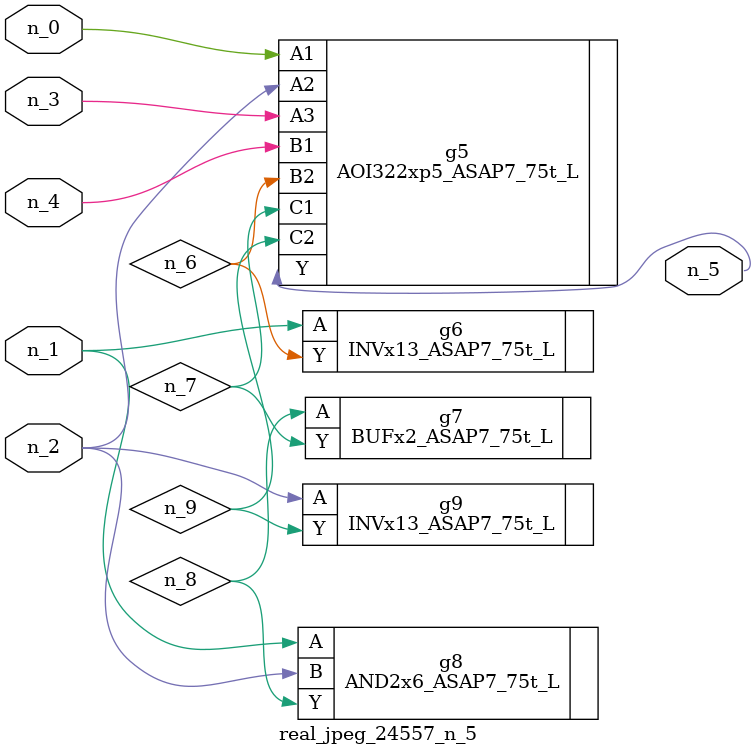
<source format=v>
module real_jpeg_24557_n_5 (n_4, n_0, n_1, n_2, n_3, n_5);

input n_4;
input n_0;
input n_1;
input n_2;
input n_3;

output n_5;

wire n_8;
wire n_6;
wire n_7;
wire n_9;

AOI322xp5_ASAP7_75t_L g5 ( 
.A1(n_0),
.A2(n_2),
.A3(n_3),
.B1(n_4),
.B2(n_6),
.C1(n_7),
.C2(n_9),
.Y(n_5)
);

INVx13_ASAP7_75t_L g6 ( 
.A(n_1),
.Y(n_6)
);

AND2x6_ASAP7_75t_L g8 ( 
.A(n_1),
.B(n_2),
.Y(n_8)
);

INVx13_ASAP7_75t_L g9 ( 
.A(n_2),
.Y(n_9)
);

BUFx2_ASAP7_75t_L g7 ( 
.A(n_8),
.Y(n_7)
);


endmodule
</source>
